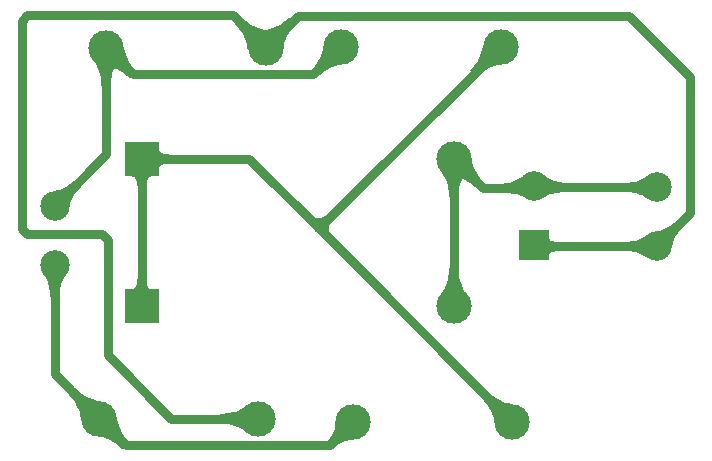
<source format=gbl>
G04*
G04 #@! TF.GenerationSoftware,Altium Limited,Altium Designer,20.1.11 (218)*
G04*
G04 Layer_Physical_Order=2*
G04 Layer_Color=16711680*
%FSLAX44Y44*%
%MOMM*%
G71*
G04*
G04 #@! TF.SameCoordinates,28986298-58E4-4480-B35C-F474828D5AD3*
G04*
G04*
G04 #@! TF.FilePolarity,Positive*
G04*
G01*
G75*
%ADD10C,0.8000*%
%ADD11C,2.5000*%
%ADD12R,3.0000X3.0000*%
%ADD13C,3.0000*%
%ADD14R,2.5000X2.5000*%
G36*
X257229Y366122D02*
X255413Y364197D01*
X253760Y362215D01*
X252268Y360177D01*
X250938Y358082D01*
X249769Y355930D01*
X248763Y353721D01*
X247918Y351455D01*
X247236Y349132D01*
X246714Y346753D01*
X246355Y344316D01*
X231450Y359221D01*
X216545Y344316D01*
X216185Y346753D01*
X215664Y349132D01*
X214981Y351455D01*
X214137Y353721D01*
X213130Y355930D01*
X211962Y358082D01*
X210632Y360177D01*
X209140Y362215D01*
X207486Y364197D01*
X205671Y366122D01*
X211328Y371779D01*
X213253Y369963D01*
X215234Y368310D01*
X217273Y366818D01*
X219368Y365488D01*
X221520Y364319D01*
X223729Y363313D01*
X225995Y362468D01*
X228318Y361785D01*
X230697Y361264D01*
X231450Y361153D01*
X232203Y361264D01*
X234582Y361785D01*
X236905Y362468D01*
X239171Y363313D01*
X241380Y364319D01*
X243532Y365488D01*
X245627Y366818D01*
X247666Y368310D01*
X249647Y369963D01*
X251572Y371779D01*
X257229Y366122D01*
D02*
G37*
G36*
X432133Y332094D02*
X429697Y331735D01*
X427317Y331214D01*
X424995Y330531D01*
X422729Y329686D01*
X420520Y328680D01*
X418368Y327512D01*
X416273Y326182D01*
X414234Y324690D01*
X412253Y323036D01*
X410328Y321221D01*
X404671Y326878D01*
X406486Y328802D01*
X408140Y330784D01*
X409632Y332822D01*
X410962Y334918D01*
X412130Y337070D01*
X413137Y339279D01*
X413981Y341545D01*
X414664Y343867D01*
X415185Y346247D01*
X415545Y348683D01*
X432133Y332094D01*
D02*
G37*
G36*
X297233D02*
X294797Y331735D01*
X292418Y331214D01*
X290095Y330531D01*
X287829Y329686D01*
X285620Y328680D01*
X283468Y327512D01*
X281373Y326182D01*
X279334Y324690D01*
X277353Y323036D01*
X275428Y321221D01*
X269771Y326878D01*
X271586Y328802D01*
X273240Y330784D01*
X274732Y332822D01*
X276062Y334918D01*
X277230Y337070D01*
X278237Y339279D01*
X279081Y341545D01*
X279764Y343867D01*
X280285Y346247D01*
X280645Y348683D01*
X297233Y332094D01*
D02*
G37*
G36*
X111819Y345307D02*
X112345Y342909D01*
X113023Y340579D01*
X113854Y338317D01*
X114837Y336123D01*
X115972Y333997D01*
X117259Y331938D01*
X118699Y329948D01*
X120292Y328025D01*
X122036Y326170D01*
X116379Y320514D01*
X114525Y322258D01*
X112602Y323850D01*
X110612Y325290D01*
X108553Y326578D01*
X106427Y327713D01*
X104233Y328696D01*
X103618Y328922D01*
X103333Y328298D01*
X102483Y326024D01*
X101787Y323677D01*
X101246Y321255D01*
X100859Y318758D01*
X100627Y316188D01*
X100550Y313543D01*
X92550D01*
X92473Y316188D01*
X92241Y318758D01*
X91854Y321255D01*
X91313Y323677D01*
X90617Y326024D01*
X89767Y328298D01*
X88762Y330498D01*
X87603Y332623D01*
X86289Y334674D01*
X84820Y336651D01*
X100323D01*
X111445Y347773D01*
X111819Y345307D01*
D02*
G37*
G36*
X141669Y259240D02*
X141910Y258560D01*
X142312Y257960D01*
X142874Y257440D01*
X143597Y257000D01*
X144480Y256640D01*
X145524Y256360D01*
X146729Y256160D01*
X148094Y256040D01*
X149620Y256000D01*
Y248000D01*
X148094Y247960D01*
X146729Y247840D01*
X145524Y247640D01*
X144480Y247360D01*
X143597Y247000D01*
X142874Y246560D01*
X142312Y246040D01*
X141910Y245440D01*
X141669Y244760D01*
X141589Y244000D01*
Y260000D01*
X141669Y259240D01*
D02*
G37*
G36*
X406074Y251247D02*
X406596Y248868D01*
X407279Y246545D01*
X408123Y244279D01*
X409130Y242070D01*
X410298Y239918D01*
X411628Y237823D01*
X413120Y235784D01*
X414773Y233803D01*
X416589Y231878D01*
X410932Y226221D01*
X409007Y228037D01*
X407026Y229690D01*
X404987Y231182D01*
X402892Y232512D01*
X400740Y233680D01*
X398531Y234687D01*
X397881Y234929D01*
X397593Y234298D01*
X396743Y232025D01*
X396047Y229677D01*
X395506Y227255D01*
X395119Y224758D01*
X394887Y222188D01*
X394810Y219543D01*
X386810Y219543D01*
X386733Y222188D01*
X386501Y224758D01*
X386114Y227255D01*
X385573Y229677D01*
X384878Y232025D01*
X384027Y234298D01*
X383022Y236498D01*
X381863Y238623D01*
X380549Y240674D01*
X379080Y242651D01*
X394683Y242651D01*
X405715Y253684D01*
X406074Y251247D01*
D02*
G37*
G36*
X133890Y236950D02*
X133210Y236710D01*
X132610Y236311D01*
X132090Y235751D01*
X131650Y235030D01*
X131290Y234151D01*
X131010Y233111D01*
X130810Y231910D01*
X130690Y230550D01*
X130650Y229030D01*
X122650D01*
X122610Y230550D01*
X122490Y231910D01*
X122290Y233111D01*
X122010Y234151D01*
X121650Y235030D01*
X121210Y235751D01*
X120690Y236311D01*
X120090Y236710D01*
X119410Y236950D01*
X118650Y237031D01*
X134650D01*
X133890Y236950D01*
D02*
G37*
G36*
X468787Y237146D02*
X470424Y236014D01*
X472135Y235014D01*
X473920Y234148D01*
X475780Y233415D01*
X477714Y232816D01*
X479722Y232349D01*
X481805Y232016D01*
X483962Y231816D01*
X486194Y231750D01*
X485344Y223750D01*
X482942Y223701D01*
X478473Y223311D01*
X476405Y222970D01*
X474448Y222532D01*
X472603Y221996D01*
X470869Y221363D01*
X469246Y220632D01*
X467735Y219804D01*
X466335Y218878D01*
X467225Y238412D01*
X468787Y237146D01*
D02*
G37*
G36*
X451950Y218678D02*
X450622Y219499D01*
X449168Y220234D01*
X447590Y220882D01*
X445886Y221444D01*
X444057Y221919D01*
X442103Y222308D01*
X437819Y222827D01*
X435489Y222957D01*
X433034Y223000D01*
X431661Y231000D01*
X433843Y231072D01*
X435959Y231287D01*
X438010Y231647D01*
X439995Y232150D01*
X441914Y232797D01*
X443767Y233587D01*
X445555Y234521D01*
X447276Y235599D01*
X448933Y236821D01*
X450523Y238186D01*
X451950Y218678D01*
D02*
G37*
G36*
X555209Y217974D02*
X553714Y219072D01*
X552128Y220054D01*
X550451Y220920D01*
X548683Y221671D01*
X546823Y222306D01*
X544873Y222826D01*
X542831Y223230D01*
X540697Y223519D01*
X538473Y223692D01*
X536157Y223750D01*
Y231750D01*
X538473Y231807D01*
X540697Y231981D01*
X542831Y232269D01*
X544873Y232674D01*
X546823Y233193D01*
X548683Y233829D01*
X550451Y234579D01*
X552128Y235446D01*
X553714Y236427D01*
X555209Y237525D01*
Y217974D01*
D02*
G37*
G36*
X74809Y228302D02*
X73212Y226624D01*
X71762Y224929D01*
X70458Y223216D01*
X69300Y221486D01*
X68288Y219739D01*
X67422Y217975D01*
X66702Y216194D01*
X66129Y214395D01*
X65702Y212580D01*
X65421Y210747D01*
X51597Y224571D01*
X53429Y224852D01*
X55245Y225279D01*
X57044Y225853D01*
X58825Y226572D01*
X60589Y227438D01*
X62336Y228450D01*
X64066Y229608D01*
X65778Y230912D01*
X67474Y232362D01*
X69152Y233959D01*
X74809Y228302D01*
D02*
G37*
G36*
X287764Y198657D02*
X286745Y197525D01*
X285954Y196394D01*
X285388Y195263D01*
X285049Y194131D01*
X284935Y193000D01*
X285049Y191868D01*
X285388Y190737D01*
X285954Y189606D01*
X286745Y188474D01*
X287764Y187343D01*
X273622Y190171D01*
X270793Y204314D01*
X271925Y203295D01*
X273056Y202503D01*
X274187Y201938D01*
X275319Y201598D01*
X276450Y201485D01*
X277581Y201598D01*
X278713Y201938D01*
X279844Y202503D01*
X280975Y203295D01*
X282107Y204314D01*
X287764Y198657D01*
D02*
G37*
G36*
X584809Y193902D02*
X583213Y192224D01*
X581762Y190528D01*
X580458Y188816D01*
X579300Y187086D01*
X578288Y185339D01*
X577422Y183575D01*
X576703Y181794D01*
X576129Y179995D01*
X575702Y178179D01*
X575421Y176347D01*
X561597Y190171D01*
X563430Y190452D01*
X565246Y190879D01*
X567044Y191452D01*
X568825Y192172D01*
X570589Y193038D01*
X572336Y194050D01*
X574066Y195208D01*
X575779Y196512D01*
X577474Y197962D01*
X579152Y199559D01*
X584809Y193902D01*
D02*
G37*
G36*
X471519Y184990D02*
X471760Y184310D01*
X472162Y183710D01*
X472724Y183190D01*
X473447Y182750D01*
X474330Y182390D01*
X475374Y182110D01*
X476578Y181910D01*
X477944Y181790D01*
X479469Y181750D01*
Y173750D01*
X477944Y173710D01*
X476578Y173590D01*
X475374Y173390D01*
X474330Y173110D01*
X473447Y172750D01*
X472724Y172310D01*
X472162Y171790D01*
X471760Y171190D01*
X471519Y170510D01*
X471439Y169750D01*
Y185750D01*
X471519Y184990D01*
D02*
G37*
G36*
X555209Y167975D02*
X553714Y169072D01*
X552128Y170054D01*
X550451Y170920D01*
X548683Y171671D01*
X546823Y172306D01*
X544873Y172826D01*
X542831Y173230D01*
X540697Y173519D01*
X538473Y173692D01*
X536157Y173750D01*
Y181750D01*
X538473Y181807D01*
X540697Y181981D01*
X542831Y182269D01*
X544873Y182674D01*
X546823Y183193D01*
X548683Y183829D01*
X550451Y184580D01*
X552128Y185446D01*
X553714Y186427D01*
X555209Y187525D01*
Y167975D01*
D02*
G37*
G36*
X130690Y148444D02*
X130810Y147079D01*
X131010Y145874D01*
X131290Y144830D01*
X131650Y143947D01*
X132090Y143224D01*
X132610Y142662D01*
X133210Y142260D01*
X133890Y142019D01*
X134650Y141939D01*
X118650D01*
X119410Y142019D01*
X120090Y142260D01*
X120690Y142662D01*
X121210Y143224D01*
X121650Y143947D01*
X122010Y144830D01*
X122290Y145874D01*
X122490Y147079D01*
X122610Y148444D01*
X122650Y149970D01*
X130650D01*
X130690Y148444D01*
D02*
G37*
G36*
X394887Y156812D02*
X395119Y154242D01*
X395506Y151745D01*
X396047Y149323D01*
X396743Y146975D01*
X397593Y144702D01*
X398598Y142502D01*
X399757Y140377D01*
X401071Y138326D01*
X402540Y136349D01*
X379080Y136349D01*
X380549Y138326D01*
X381863Y140377D01*
X383022Y142502D01*
X384027Y144702D01*
X384878Y146975D01*
X385573Y149323D01*
X386114Y151745D01*
X386501Y154242D01*
X386733Y156812D01*
X386810Y159457D01*
X394810Y159457D01*
X394887Y156812D01*
D02*
G37*
G36*
X61677Y152864D02*
X60696Y151278D01*
X59829Y149601D01*
X59079Y147833D01*
X58443Y145973D01*
X57924Y144023D01*
X57519Y141980D01*
X57231Y139847D01*
X57057Y137623D01*
X57000Y135307D01*
X49000D01*
X48942Y137623D01*
X48769Y139847D01*
X48480Y141980D01*
X48076Y144023D01*
X47556Y145973D01*
X46921Y147833D01*
X46170Y149601D01*
X45304Y151278D01*
X44322Y152864D01*
X43225Y154359D01*
X62775D01*
X61677Y152864D01*
D02*
G37*
G36*
X72353Y55963D02*
X74334Y54310D01*
X76373Y52818D01*
X78468Y51488D01*
X80620Y50320D01*
X82829Y49313D01*
X85095Y48468D01*
X87418Y47786D01*
X89797Y47264D01*
X92234Y46905D01*
X75645Y30316D01*
X75286Y32753D01*
X74764Y35132D01*
X74082Y37455D01*
X73237Y39721D01*
X72230Y41930D01*
X71062Y44082D01*
X69732Y46177D01*
X68240Y48216D01*
X66586Y50197D01*
X64771Y52122D01*
X70428Y57779D01*
X72353Y55963D01*
D02*
G37*
G36*
X422253Y52963D02*
X424235Y51309D01*
X426273Y49818D01*
X428368Y48488D01*
X430520Y47319D01*
X432729Y46313D01*
X434995Y45468D01*
X437318Y44785D01*
X439697Y44264D01*
X442134Y43905D01*
X425545Y27316D01*
X425186Y29753D01*
X424665Y32132D01*
X423982Y34455D01*
X423137Y36720D01*
X422131Y38930D01*
X420962Y41082D01*
X419632Y43177D01*
X418140Y45215D01*
X416487Y47197D01*
X414671Y49122D01*
X420328Y54779D01*
X422253Y52963D01*
D02*
G37*
G36*
X216101Y20270D02*
X214124Y21739D01*
X212073Y23053D01*
X209948Y24212D01*
X207748Y25217D01*
X205474Y26067D01*
X203127Y26763D01*
X200705Y27304D01*
X198208Y27691D01*
X195638Y27923D01*
X192993Y28000D01*
Y36000D01*
X195638Y36077D01*
X198208Y36309D01*
X200705Y36696D01*
X203127Y37237D01*
X205474Y37933D01*
X207748Y38783D01*
X209948Y39788D01*
X212073Y40947D01*
X214124Y42261D01*
X216101Y43730D01*
Y20270D01*
D02*
G37*
G36*
X305542Y14000D02*
X303695Y13926D01*
X301886Y13704D01*
X300115Y13333D01*
X298381Y12813D01*
X296686Y12145D01*
X295028Y11327D01*
X293409Y10361D01*
X291827Y9246D01*
X290283Y7982D01*
X288777Y6570D01*
X283120Y12226D01*
X284533Y13732D01*
X285797Y15276D01*
X286912Y16858D01*
X287878Y18478D01*
X288695Y20135D01*
X289364Y21831D01*
X289884Y23564D01*
X290255Y25335D01*
X290477Y27144D01*
X290550Y28991D01*
X305542Y14000D01*
D02*
G37*
G36*
X105819Y31312D02*
X106344Y28914D01*
X107020Y26585D01*
X107848Y24325D01*
X108826Y22135D01*
X109955Y20015D01*
X111235Y17964D01*
X112666Y15982D01*
X114248Y14069D01*
X115980Y12226D01*
X110323Y6570D01*
X108481Y8302D01*
X106568Y9884D01*
X104586Y11315D01*
X102535Y12595D01*
X100415Y13724D01*
X98224Y14702D01*
X95965Y15530D01*
X93636Y16206D01*
X91238Y16731D01*
X88770Y17106D01*
X105444Y33780D01*
X105819Y31312D01*
D02*
G37*
D10*
X390810Y252000D02*
X415810Y227000D01*
X457000D02*
X459000Y229000D01*
X415810Y227000D02*
X457000D01*
X539242Y373126D02*
X591000Y321368D01*
X563000Y177750D02*
X591000Y205750D01*
Y321368D01*
X98000Y85642D02*
Y183314D01*
X93314Y188000D02*
X98000Y183314D01*
X29686Y188000D02*
X93314D01*
X25000Y192686D02*
X29686Y188000D01*
X25000Y192686D02*
Y368694D01*
X29686Y373380D02*
X204070D01*
X25000Y368694D02*
X29686Y373380D01*
X98000Y85642D02*
X151642Y32000D01*
X276450Y193000D02*
X430450Y347000D01*
X217450Y252000D02*
X276450Y193000D01*
X440450Y29000D01*
X459000Y179000D02*
X460250Y177750D01*
X563000D01*
X459000Y229000D02*
X460250Y227750D01*
X563000D01*
X285949Y9398D02*
X305550Y29000D01*
X113152Y9398D02*
X285949D01*
X90550Y32000D02*
X113152Y9398D01*
X53000Y69550D02*
Y162150D01*
Y69550D02*
X90550Y32000D01*
X271892Y323342D02*
X295550Y347000D01*
X119208Y323342D02*
X271892D01*
X96550Y346000D02*
X119208Y323342D01*
X96550Y255700D02*
Y346000D01*
X53000Y212150D02*
X96550Y255700D01*
X151642Y32000D02*
X225450D01*
X204070Y373380D02*
X231450Y346000D01*
X126650Y252000D02*
X217450D01*
X231450Y346000D02*
X258576Y373126D01*
X539242D01*
X390810Y127000D02*
Y252000D01*
X126650Y127000D02*
Y252000D01*
D11*
X563000Y227750D02*
D03*
Y177750D02*
D03*
X459000Y229000D02*
D03*
X53000Y162150D02*
D03*
Y212150D02*
D03*
D12*
X126650Y252000D02*
D03*
Y127000D02*
D03*
D13*
X390810Y252000D02*
D03*
Y127000D02*
D03*
X295550Y347000D02*
D03*
X430450D02*
D03*
X96550Y346000D02*
D03*
X231450D02*
D03*
X90550Y32000D02*
D03*
X225450D02*
D03*
X305550Y29000D02*
D03*
X440450D02*
D03*
D14*
X459000Y179000D02*
D03*
M02*

</source>
